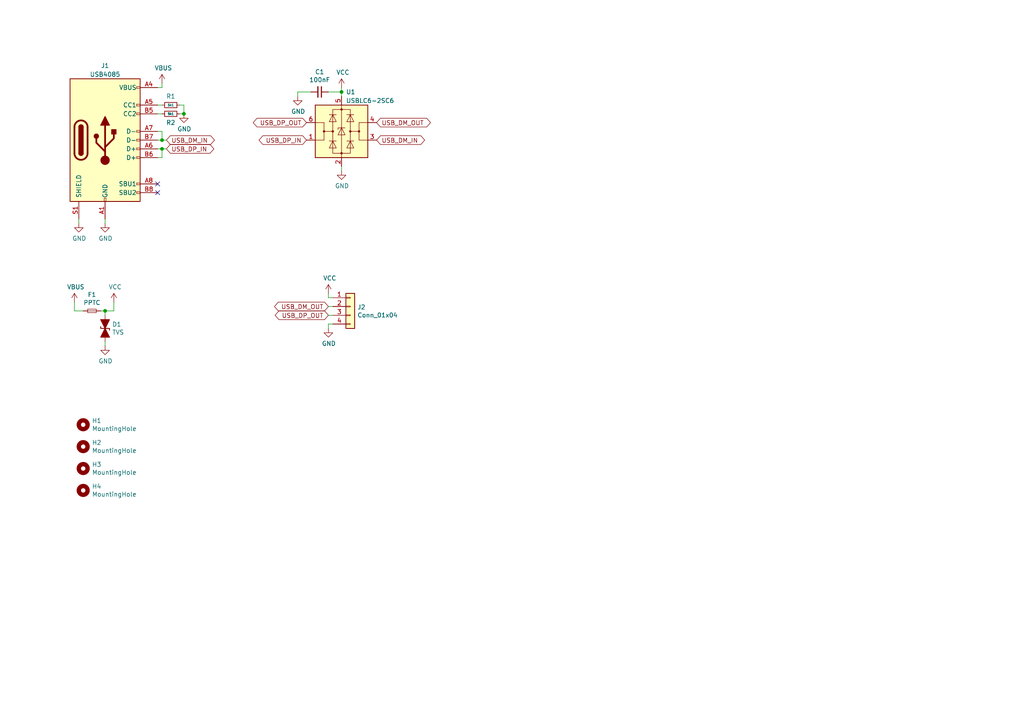
<source format=kicad_sch>
(kicad_sch (version 20211123) (generator eeschema)
  (paper "A4")
  (lib_symbols
    (symbol "Connector:USB_C_Receptacle_USB2.0" (pin_names (offset 1.016))
      (property "Reference" "J" (at -10.16 19.05 0))
      (property "Value" "USB_C_Receptacle_USB2.0" (at 19.05 19.05 0))
      (symbol "USB_C_Receptacle_USB2.0_0_0"
        (rectangle (start -0.254 -17.78) (end 0.254 -16.764))
        (rectangle (start 10.16 -14.986) (end 9.144 -15.494))
        (rectangle (start 10.16 -12.446) (end 9.144 -12.954))
        (rectangle (start 10.16 -4.826) (end 9.144 -5.334))
        (rectangle (start 10.16 -2.286) (end 9.144 -2.794))
        (rectangle (start 10.16 0.254) (end 9.144 -0.254))
        (rectangle (start 10.16 2.794) (end 9.144 2.286))
        (rectangle (start 10.16 7.874) (end 9.144 7.366))
        (rectangle (start 10.16 10.414) (end 9.144 9.906))
        (rectangle (start 10.16 15.494) (end 9.144 14.986))
      )
      (symbol "USB_C_Receptacle_USB2.0_0_1"
        (rectangle (start -10.16 17.78) (end 10.16 -17.78) (stroke (width 0.254)) (fill (type background)))
        (arc (start -8.89 -3.81) (mid -6.985 -5.715) (end -5.08 -3.81) (stroke (width 0.508)))
        (arc (start -7.62 -3.81) (mid -6.985 -4.445) (end -6.35 -3.81) (stroke (width 0.254)))
        (arc (start -7.62 -3.81) (mid -6.985 -4.445) (end -6.35 -3.81) (stroke (width 0.254)) (fill (type outline)))
        (rectangle (start -7.62 -3.81) (end -6.35 3.81) (stroke (width 0.254)) (fill (type outline)))
        (arc (start -6.35 3.81) (mid -6.985 4.445) (end -7.62 3.81) (stroke (width 0.254)))
        (arc (start -6.35 3.81) (mid -6.985 4.445) (end -7.62 3.81) (stroke (width 0.254)) (fill (type outline)))
        (arc (start -5.08 3.81) (mid -6.985 5.715) (end -8.89 3.81) (stroke (width 0.508)))
        (circle (center -2.54 1.143) (radius 0.635) (stroke (width 0.254)) (fill (type outline)))
        (circle (center 0 -5.842) (radius 1.27) (fill (type outline)))
        (polyline (pts (xy -8.89 -3.81) (xy -8.89 3.81)) (stroke (width 0.508)))
        (polyline (pts (xy -5.08 3.81) (xy -5.08 -3.81)) (stroke (width 0.508)))
        (polyline (pts (xy 0 -5.842) (xy 0 4.318)) (stroke (width 0.508)))
        (polyline (pts (xy 0 -3.302) (xy -2.54 -0.762) (xy -2.54 0.508)) (stroke (width 0.508)))
        (polyline (pts (xy 0 -2.032) (xy 2.54 0.508) (xy 2.54 1.778)) (stroke (width 0.508)))
        (polyline (pts (xy -1.27 4.318) (xy 0 6.858) (xy 1.27 4.318) (xy -1.27 4.318)) (stroke (width 0.254)) (fill (type outline)))
        (rectangle (start 1.905 1.778) (end 3.175 3.048) (stroke (width 0.254)) (fill (type outline)))
      )
      (symbol "USB_C_Receptacle_USB2.0_1_1"
        (pin passive line (at 0 -22.86 90) (length 5.08) (name "GND") (number "A1"))
        (pin passive line (at 0 -22.86 90) (length 5.08) hide (name "GND") (number "A12"))
        (pin passive line (at 15.24 15.24 180) (length 5.08) (name "VBUS") (number "A4"))
        (pin bidirectional line (at 15.24 10.16 180) (length 5.08) (name "CC1") (number "A5"))
        (pin bidirectional line (at 15.24 -2.54 180) (length 5.08) (name "D+") (number "A6"))
        (pin bidirectional line (at 15.24 2.54 180) (length 5.08) (name "D-") (number "A7"))
        (pin bidirectional line (at 15.24 -12.7 180) (length 5.08) (name "SBU1") (number "A8"))
        (pin passive line (at 15.24 15.24 180) (length 5.08) hide (name "VBUS") (number "A9"))
        (pin passive line (at 0 -22.86 90) (length 5.08) hide (name "GND") (number "B1"))
        (pin passive line (at 0 -22.86 90) (length 5.08) hide (name "GND") (number "B12"))
        (pin passive line (at 15.24 15.24 180) (length 5.08) hide (name "VBUS") (number "B4"))
        (pin bidirectional line (at 15.24 7.62 180) (length 5.08) (name "CC2") (number "B5"))
        (pin bidirectional line (at 15.24 -5.08 180) (length 5.08) (name "D+") (number "B6"))
        (pin bidirectional line (at 15.24 0 180) (length 5.08) (name "D-") (number "B7"))
        (pin bidirectional line (at 15.24 -15.24 180) (length 5.08) (name "SBU2") (number "B8"))
        (pin passive line (at 15.24 15.24 180) (length 5.08) hide (name "VBUS") (number "B9"))
        (pin passive line (at -7.62 -22.86 90) (length 5.08) (name "SHIELD") (number "S1"))
      )
    )
    (symbol "Connector_Generic:Conn_01x04" (pin_names (offset 1.016) hide)
      (property "Reference" "J" (at 0 5.08 0))
      (property "Value" "Conn_01x04" (at 0 -7.62 0))
      (symbol "Conn_01x04_1_1"
        (rectangle (start -1.27 -4.953) (end 0 -5.207) (stroke (width 0.1524)))
        (rectangle (start -1.27 -2.413) (end 0 -2.667) (stroke (width 0.1524)))
        (rectangle (start -1.27 0.127) (end 0 -0.127) (stroke (width 0.1524)))
        (rectangle (start -1.27 2.667) (end 0 2.413) (stroke (width 0.1524)))
        (rectangle (start -1.27 3.81) (end 1.27 -6.35) (stroke (width 0.254)) (fill (type background)))
        (pin passive line (at -5.08 2.54 0) (length 3.81) (name "Pin_1") (number "1"))
        (pin passive line (at -5.08 0 0) (length 3.81) (name "Pin_2") (number "2"))
        (pin passive line (at -5.08 -2.54 0) (length 3.81) (name "Pin_3") (number "3"))
        (pin passive line (at -5.08 -5.08 0) (length 3.81) (name "Pin_4") (number "4"))
      )
    )
    (symbol "Device:C_Small" (pin_numbers hide) (pin_names (offset 0.254) hide)
      (property "Reference" "C" (at 0.254 1.778 0))
      (property "Value" "C_Small" (at 0.254 -2.032 0))
      (symbol "C_Small_0_1"
        (polyline (pts (xy -1.524 -0.508) (xy 1.524 -0.508)) (stroke (width 0.3302)))
        (polyline (pts (xy -1.524 0.508) (xy 1.524 0.508)) (stroke (width 0.3048)))
      )
      (symbol "C_Small_1_1"
        (pin passive line (at 0 2.54 270) (length 2.032) (name "~") (number "1"))
        (pin passive line (at 0 -2.54 90) (length 2.032) (name "~") (number "2"))
      )
    )
    (symbol "Device:Fuse_Small" (pin_numbers hide) (pin_names (offset 0.254) hide)
      (property "Reference" "F" (at 0 -1.524 0))
      (property "Value" "Fuse_Small" (at 0 1.524 0))
      (symbol "Fuse_Small_0_1"
        (rectangle (start -1.27 0.508) (end 1.27 -0.508))
        (polyline (pts (xy -1.27 0) (xy 1.27 0)))
      )
      (symbol "Fuse_Small_1_1"
        (pin passive line (at -2.54 0 0) (length 1.27) (name "~") (number "1"))
        (pin passive line (at 2.54 0 180) (length 1.27) (name "~") (number "2"))
      )
    )
    (symbol "Device:R_Small" (pin_numbers hide) (pin_names (offset 0.254) hide)
      (property "Reference" "R" (at 0.762 0.508 0))
      (property "Value" "R_Small" (at 0.762 -1.016 0))
      (symbol "R_Small_0_1"
        (rectangle (start -0.762 1.778) (end 0.762 -1.778) (stroke (width 0.2032)))
      )
      (symbol "R_Small_1_1"
        (pin passive line (at 0 2.54 270) (length 0.762) (name "~") (number "1"))
        (pin passive line (at 0 -2.54 90) (length 0.762) (name "~") (number "2"))
      )
    )
    (symbol "Mechanical:MountingHole" (pin_names (offset 1.016))
      (property "Reference" "H" (at 0 5.08 0))
      (property "Value" "MountingHole" (at 0 3.175 0))
      (symbol "MountingHole_0_1"
        (circle (center 0 0) (radius 1.27) (stroke (width 1.27)))
      )
    )
    (symbol "Power_Protection:USBLC6-2SC6" (pin_names hide)
      (property "Reference" "U" (at 2.54 8.89 0))
      (property "Value" "USBLC6-2SC6" (at 2.54 -8.89 0))
      (symbol "USBLC6-2SC6_0_1"
        (rectangle (start -7.62 -7.62) (end 7.62 7.62) (stroke (width 0.254)) (fill (type background)))
        (circle (center -5.08 0) (radius 0.254) (fill (type outline)))
        (circle (center -2.54 0) (radius 0.254) (fill (type outline)))
        (rectangle (start -2.54 6.35) (end 2.54 -6.35))
        (circle (center 0 -6.35) (radius 0.254) (fill (type outline)))
        (polyline (pts (xy -5.08 -2.54) (xy -7.62 -2.54)))
        (polyline (pts (xy -5.08 0) (xy -5.08 -2.54)))
        (polyline (pts (xy -5.08 2.54) (xy -7.62 2.54)))
        (polyline (pts (xy -1.524 -2.794) (xy -3.556 -2.794)))
        (polyline (pts (xy -1.524 4.826) (xy -3.556 4.826)))
        (polyline (pts (xy 0 -7.62) (xy 0 -6.35)))
        (polyline (pts (xy 0 -6.35) (xy 0 1.27)))
        (polyline (pts (xy 0 1.27) (xy 0 6.35)))
        (polyline (pts (xy 0 6.35) (xy 0 7.62)))
        (polyline (pts (xy 1.524 -2.794) (xy 3.556 -2.794)))
        (polyline (pts (xy 1.524 4.826) (xy 3.556 4.826)))
        (polyline (pts (xy 5.08 -2.54) (xy 7.62 -2.54)))
        (polyline (pts (xy 5.08 0) (xy 5.08 -2.54)))
        (polyline (pts (xy 5.08 2.54) (xy 7.62 2.54)))
        (polyline (pts (xy -2.54 0) (xy -5.08 0) (xy -5.08 2.54)))
        (polyline (pts (xy 2.54 0) (xy 5.08 0) (xy 5.08 2.54)))
        (polyline (pts (xy -3.556 -4.826) (xy -1.524 -4.826) (xy -2.54 -2.794) (xy -3.556 -4.826)))
        (polyline (pts (xy -3.556 2.794) (xy -1.524 2.794) (xy -2.54 4.826) (xy -3.556 2.794)))
        (polyline (pts (xy -1.016 -1.016) (xy 1.016 -1.016) (xy 0 1.016) (xy -1.016 -1.016)))
        (polyline (pts (xy 1.016 1.016) (xy 0.762 1.016) (xy -1.016 1.016) (xy -1.016 0.508)))
        (polyline (pts (xy 3.556 -4.826) (xy 1.524 -4.826) (xy 2.54 -2.794) (xy 3.556 -4.826)))
        (polyline (pts (xy 3.556 2.794) (xy 1.524 2.794) (xy 2.54 4.826) (xy 3.556 2.794)))
        (circle (center 0 6.35) (radius 0.254) (fill (type outline)))
        (circle (center 2.54 0) (radius 0.254) (fill (type outline)))
        (circle (center 5.08 0) (radius 0.254) (fill (type outline)))
      )
      (symbol "USBLC6-2SC6_1_1"
        (pin passive line (at -10.16 -2.54 0) (length 2.54) (name "I/O1") (number "1"))
        (pin passive line (at 0 -10.16 90) (length 2.54) (name "GND") (number "2"))
        (pin passive line (at 10.16 -2.54 180) (length 2.54) (name "I/O2") (number "3"))
        (pin passive line (at 10.16 2.54 180) (length 2.54) (name "I/O2") (number "4"))
        (pin passive line (at 0 10.16 270) (length 2.54) (name "VBUS") (number "5"))
        (pin passive line (at -10.16 2.54 0) (length 2.54) (name "I/O1") (number "6"))
      )
    )
    (symbol "USB-rescue:D_TVS_ALT-Device" (pin_numbers hide) (pin_names (offset 1.016) hide)
      (property "Reference" "D" (at 0 2.54 0))
      (property "Value" "D_TVS_ALT-Device" (at 0 -2.54 0))
      (symbol "D_TVS_ALT-Device_0_1"
        (polyline (pts (xy 1.27 0) (xy -1.27 0)))
        (polyline (pts (xy -2.54 -1.27) (xy 0 0) (xy -2.54 1.27) (xy -2.54 -1.27)) (stroke (width 0.254)) (fill (type outline)))
        (polyline (pts (xy 0.508 1.27) (xy 0 1.27) (xy 0 -1.27) (xy -0.508 -1.27)) (stroke (width 0.254)))
        (polyline (pts (xy 2.54 1.27) (xy 2.54 -1.27) (xy 0 0) (xy 2.54 1.27)) (stroke (width 0.254)) (fill (type outline)))
      )
      (symbol "D_TVS_ALT-Device_1_1"
        (pin passive line (at -3.81 0 0) (length 2.54) (name "A1") (number "1"))
        (pin passive line (at 3.81 0 180) (length 2.54) (name "A2") (number "2"))
      )
    )
    (symbol "power:GND" (power) (pin_names (offset 0))
      (property "Value" "GND" (at 0 -3.81 0))
      (symbol "GND_0_1"
        (polyline (pts (xy 0 0) (xy 0 -1.27) (xy 1.27 -1.27) (xy 0 -2.54) (xy -1.27 -1.27) (xy 0 -1.27)))
      )
      (symbol "GND_1_1"
        (pin power_in line (at 0 0 270) (length 0) hide (name "GND") (number "1"))
      )
    )
    (symbol "power:VBUS" (power) (pin_names (offset 0))
      (property "Value" "VBUS" (at 0 3.81 0))
      (symbol "VBUS_0_1"
        (polyline (pts (xy -0.762 1.27) (xy 0 2.54)))
        (polyline (pts (xy 0 0) (xy 0 2.54)))
        (polyline (pts (xy 0 2.54) (xy 0.762 1.27)))
      )
      (symbol "VBUS_1_1"
        (pin power_in line (at 0 0 90) (length 0) hide (name "VBUS") (number "1"))
      )
    )
    (symbol "power:VCC" (power) (pin_names (offset 0))
      (property "Value" "VCC" (at 0 3.81 0))
      (symbol "VCC_0_1"
        (polyline (pts (xy -0.762 1.27) (xy 0 2.54)))
        (polyline (pts (xy 0 0) (xy 0 2.54)))
        (polyline (pts (xy 0 2.54) (xy 0.762 1.27)))
      )
      (symbol "VCC_1_1"
        (pin power_in line (at 0 0 90) (length 0) hide (name "VCC") (number "1"))
      )
    )
  )
  (junction (at 53.34 33.02) (diameter 0.9144))
  (junction (at 99.06 26.67) (diameter 0.9144))
  (junction (at 46.99 40.64) (diameter 0.9144))
  (junction (at 46.99 43.18) (diameter 0.9144))
  (junction (at 30.48 90.17) (diameter 0.9144))
  (no_connect (at 45.72 53.34))
  (no_connect (at 45.72 55.88))
  (wire (pts (xy 29.21 90.17) (xy 30.48 90.17)))
  (wire (pts (xy 99.06 48.26) (xy 99.06 49.53)))
  (wire (pts (xy 53.34 30.48) (xy 53.34 33.02)))
  (wire (pts (xy 99.06 26.67) (xy 99.06 27.94)))
  (wire (pts (xy 96.52 93.98) (xy 95.25 93.98)))
  (wire (pts (xy 95.25 85.09) (xy 95.25 86.36)))
  (wire (pts (xy 30.48 99.06) (xy 30.48 100.33)))
  (wire (pts (xy 45.72 38.1) (xy 46.99 38.1)))
  (wire (pts (xy 21.59 90.17) (xy 24.13 90.17)))
  (wire (pts (xy 45.72 25.4) (xy 46.99 25.4)))
  (wire (pts (xy 95.25 93.98) (xy 95.25 95.25)))
  (wire (pts (xy 86.36 26.67) (xy 86.36 27.94)))
  (wire (pts (xy 90.17 26.67) (xy 86.36 26.67)))
  (wire (pts (xy 46.99 38.1) (xy 46.99 40.64)))
  (wire (pts (xy 46.99 45.72) (xy 45.72 45.72)))
  (wire (pts (xy 52.07 33.02) (xy 53.34 33.02)))
  (wire (pts (xy 95.25 86.36) (xy 96.52 86.36)))
  (wire (pts (xy 30.48 90.17) (xy 33.02 90.17)))
  (wire (pts (xy 46.99 43.18) (xy 46.99 45.72)))
  (wire (pts (xy 33.02 90.17) (xy 33.02 87.63)))
  (wire (pts (xy 45.72 43.18) (xy 46.99 43.18)))
  (wire (pts (xy 45.72 33.02) (xy 46.99 33.02)))
  (wire (pts (xy 30.48 63.5) (xy 30.48 64.77)))
  (wire (pts (xy 46.99 25.4) (xy 46.99 24.13)))
  (wire (pts (xy 99.06 25.4) (xy 99.06 26.67)))
  (wire (pts (xy 30.48 90.17) (xy 30.48 91.44)))
  (wire (pts (xy 95.25 26.67) (xy 99.06 26.67)))
  (wire (pts (xy 46.99 40.64) (xy 48.26 40.64)))
  (wire (pts (xy 95.25 88.9) (xy 96.52 88.9)))
  (wire (pts (xy 22.86 63.5) (xy 22.86 64.77)))
  (wire (pts (xy 95.25 91.44) (xy 96.52 91.44)))
  (wire (pts (xy 46.99 43.18) (xy 48.26 43.18)))
  (wire (pts (xy 21.59 87.63) (xy 21.59 90.17)))
  (wire (pts (xy 52.07 30.48) (xy 53.34 30.48)))
  (wire (pts (xy 46.99 40.64) (xy 45.72 40.64)))
  (wire (pts (xy 45.72 30.48) (xy 46.99 30.48)))
  (global_label "USB_DM_OUT" (shape bidirectional) (at 109.22 35.56 0) (property "Intersheet References" "${INTERSHEET_REFS}" (effects hide)))
  (global_label "USB_DM_OUT" (shape bidirectional) (at 95.25 88.9 180) (property "Intersheet References" "${INTERSHEET_REFS}" (effects hide)))
  (global_label "USB_DP_OUT" (shape bidirectional) (at 95.25 91.44 180) (property "Intersheet References" "${INTERSHEET_REFS}" (effects hide)))
  (global_label "USB_DP_IN" (shape bidirectional) (at 48.26 43.18 0) (property "Intersheet References" "${INTERSHEET_REFS}" (effects hide)))
  (global_label "USB_DP_OUT" (shape bidirectional) (at 88.9 35.56 180) (property "Intersheet References" "${INTERSHEET_REFS}" (effects hide)))
  (global_label "USB_DM_IN" (shape bidirectional) (at 109.22 40.64 0) (property "Intersheet References" "${INTERSHEET_REFS}" (effects hide)))
  (global_label "USB_DP_IN" (shape bidirectional) (at 88.9 40.64 180) (property "Intersheet References" "${INTERSHEET_REFS}" (effects hide)))
  (global_label "USB_DM_IN" (shape bidirectional) (at 48.26 40.64 0) (property "Intersheet References" "${INTERSHEET_REFS}" (effects hide)))
  (symbol (lib_id "Connector:USB_C_Receptacle_USB2.0") (at 30.48 40.64 0) (unit 1)
    (property "Reference" "J1" (at 30.48 19.05 0))
    (property "Value" "USB4085" (at 30.48 21.59 0))
    (property "Footprint" "footprints:USB_C_Receptacle_GCT_USB4085" (effects hide))
    (property "Datasheet" "https://www.usb.org/sites/default/files/documents/usb_type-c.zip" (effects hide))
  )
  (symbol (lib_id "power:VBUS") (at 46.99 24.13 0) (unit 1)
    (property "Reference" "#PWR0101" (effects hide))
    (property "Value" "VBUS" (at 47.371 19.7358 0))
  )
  (symbol (lib_id "Device:R_Small") (at 49.53 30.48 270) (unit 1)
    (property "Reference" "R1" (at 49.53 27.94 90))
    (property "Value" "5k1" (at 49.53 30.48 90) (effects (font (size 0.635 0.635))))
    (property "Footprint" "footprints:R_0603_1608Metric_Pad0.98x0.95mm_HandSolder" (effects hide))
  )
  (symbol (lib_id "Device:R_Small") (at 49.53 33.02 270) (unit 1)
    (property "Reference" "R2" (at 49.53 35.56 90))
    (property "Value" "5k1" (at 49.53 33.02 90) (effects (font (size 0.635 0.635))))
    (property "Footprint" "footprints:R_0603_1608Metric_Pad0.98x0.95mm_HandSolder" (effects hide))
  )
  (symbol (lib_id "power:GND") (at 22.86 64.77 0) (unit 1)
    (property "Reference" "#PWR0102" (effects hide))
    (property "Value" "GND" (at 22.987 69.1642 0))
  )
  (symbol (lib_id "power:GND") (at 30.48 64.77 0) (unit 1)
    (property "Reference" "#PWR0103" (effects hide))
    (property "Value" "GND" (at 30.607 69.1642 0))
  )
  (symbol (lib_id "power:GND") (at 53.34 33.02 0) (unit 1)
    (property "Reference" "#PWR0104" (effects hide))
    (property "Value" "GND" (at 53.467 37.4142 0))
  )
  (symbol (lib_id "Power_Protection:USBLC6-2SC6") (at 99.06 38.1 0) (unit 1)
    (property "Reference" "U1" (at 100.33 26.67 0) (effects (justify left)))
    (property "Value" "USBLC6-2SC6" (at 100.33 29.21 0) (effects (justify left)))
    (property "Footprint" "footprints:SOT-23-6_Handsoldering" (effects hide))
    (property "Datasheet" "https://www.st.com/resource/en/datasheet/usblc6-2.pdf" (effects hide))
  )
  (symbol (lib_id "power:GND") (at 99.06 49.53 0) (unit 1)
    (property "Reference" "#PWR0105" (effects hide))
    (property "Value" "GND" (at 99.187 53.9242 0))
  )
  (symbol (lib_id "Device:C_Small") (at 92.71 26.67 270) (unit 1)
    (property "Reference" "C1" (at 92.71 20.8534 90))
    (property "Value" "100nF" (at 92.71 23.1648 90))
    (property "Footprint" "footprints:C_0603_1608Metric_Pad1.08x0.95mm_HandSolder" (effects hide))
  )
  (symbol (lib_id "power:GND") (at 86.36 27.94 0) (unit 1)
    (property "Reference" "#PWR0106" (effects hide))
    (property "Value" "GND" (at 86.487 32.3342 0))
  )
  (symbol (lib_id "Device:Fuse_Small") (at 26.67 90.17 0) (unit 1)
    (property "Reference" "F1" (at 26.67 85.471 0))
    (property "Value" "PPTC" (at 26.67 87.7824 0))
    (property "Footprint" "footprints:Fuse_0805_2012Metric_Pad1.15x1.40mm_HandSolder" (effects hide))
  )
  (symbol (lib_id "power:VBUS") (at 21.59 87.63 0) (unit 1)
    (property "Reference" "#PWR0107" (effects hide))
    (property "Value" "VBUS" (at 21.971 83.2358 0))
  )
  (symbol (lib_id "USB-rescue:D_TVS_ALT-Device") (at 30.48 95.25 270) (unit 1)
    (property "Reference" "D1" (at 32.512 94.0816 90) (effects (justify left)))
    (property "Value" "TVS" (at 32.512 96.393 90) (effects (justify left)))
    (property "Footprint" "Diode_SMD:D_SMF" (effects hide))
  )
  (symbol (lib_id "power:VCC") (at 33.02 87.63 0) (unit 1)
    (property "Reference" "#PWR0108" (effects hide))
    (property "Value" "VCC" (at 33.401 83.2358 0))
  )
  (symbol (lib_id "power:GND") (at 30.48 100.33 0) (unit 1)
    (property "Reference" "#PWR0109" (effects hide))
    (property "Value" "GND" (at 30.607 104.7242 0))
  )
  (symbol (lib_id "power:VCC") (at 99.06 25.4 0) (unit 1)
    (property "Reference" "#PWR0110" (effects hide))
    (property "Value" "VCC" (at 99.441 21.0058 0))
  )
  (symbol (lib_id "Connector_Generic:Conn_01x04") (at 101.6 88.9 0) (unit 1)
    (property "Reference" "J2" (at 103.632 89.1032 0) (effects (justify left)))
    (property "Value" "Conn_01x04" (at 103.632 91.4146 0) (effects (justify left)))
    (property "Footprint" "footprints:JST_SH_SM04B-SRSS-TB_1x04-1MP_P1.00mm_Horizontal" (effects hide))
  )
  (symbol (lib_id "power:VCC") (at 95.25 85.09 0) (unit 1)
    (property "Reference" "#PWR0111" (effects hide))
    (property "Value" "VCC" (at 95.631 80.6958 0))
  )
  (symbol (lib_id "power:GND") (at 95.25 95.25 0) (unit 1)
    (property "Reference" "#PWR0112" (effects hide))
    (property "Value" "GND" (at 95.377 99.6442 0))
  )
  (symbol (lib_id "Mechanical:MountingHole") (at 24.13 123.19 0) (unit 1)
    (property "Reference" "H1" (at 26.67 122.0216 0) (effects (justify left)))
    (property "Value" "MountingHole" (at 26.67 124.333 0) (effects (justify left)))
    (property "Footprint" "footprints:MountingHole_2.2mm_M2_ISO7380" (effects hide))
  )
  (symbol (lib_id "Mechanical:MountingHole") (at 24.13 129.54 0) (unit 1)
    (property "Reference" "H2" (at 26.67 128.3716 0) (effects (justify left)))
    (property "Value" "MountingHole" (at 26.67 130.683 0) (effects (justify left)))
    (property "Footprint" "footprints:MountingHole_2.2mm_M2_ISO7380" (effects hide))
  )
  (symbol (lib_id "Mechanical:MountingHole") (at 24.13 135.89 0) (unit 1)
    (property "Reference" "H3" (at 26.67 134.7216 0) (effects (justify left)))
    (property "Value" "MountingHole" (at 26.67 137.033 0) (effects (justify left)))
    (property "Footprint" "footprints:MountingHole_2.2mm_M2_ISO7380" (effects hide))
  )
  (symbol (lib_id "Mechanical:MountingHole") (at 24.13 142.24 0) (unit 1)
    (property "Reference" "H4" (at 26.67 141.0716 0) (effects (justify left)))
    (property "Value" "MountingHole" (at 26.67 143.383 0) (effects (justify left)))
    (property "Footprint" "footprints:MountingHole_2.2mm_M2_ISO7380" (effects hide))
  )
)
</source>
